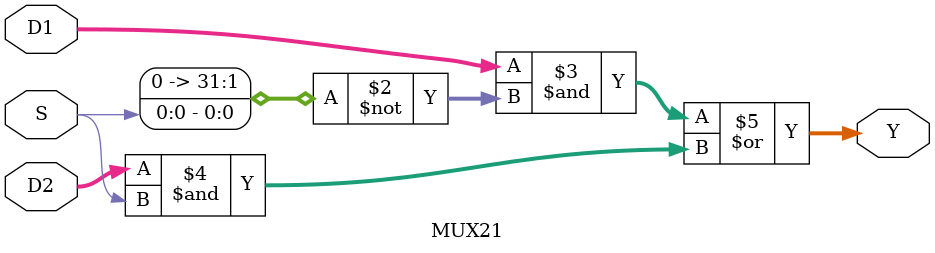
<source format=v>
`timescale 1ns / 1ps

module MUX21 (
        D1 , D2 , S , Y
);
 
input  S;
input [31:0] D1;
input [31:0] D2;

output [31:0]Y;

// Write your code 
assign Y = (D1 & ~S) | (D2 & S);

endmodule 


</source>
